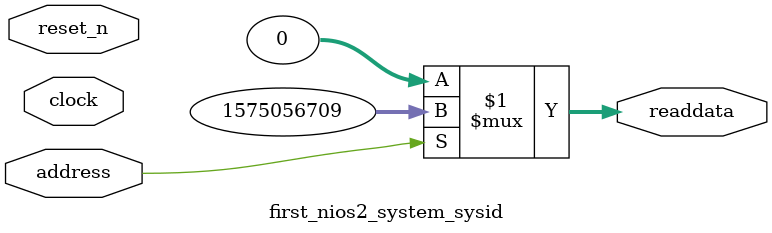
<source format=v>



// synthesis translate_off
`timescale 1ns / 1ps
// synthesis translate_on

// turn off superfluous verilog processor warnings 
// altera message_level Level1 
// altera message_off 10034 10035 10036 10037 10230 10240 10030 

module first_nios2_system_sysid (
               // inputs:
                address,
                clock,
                reset_n,

               // outputs:
                readdata
             )
;

  output  [ 31: 0] readdata;
  input            address;
  input            clock;
  input            reset_n;

  wire    [ 31: 0] readdata;
  //control_slave, which is an e_avalon_slave
  assign readdata = address ? 1575056709 : 0;

endmodule



</source>
